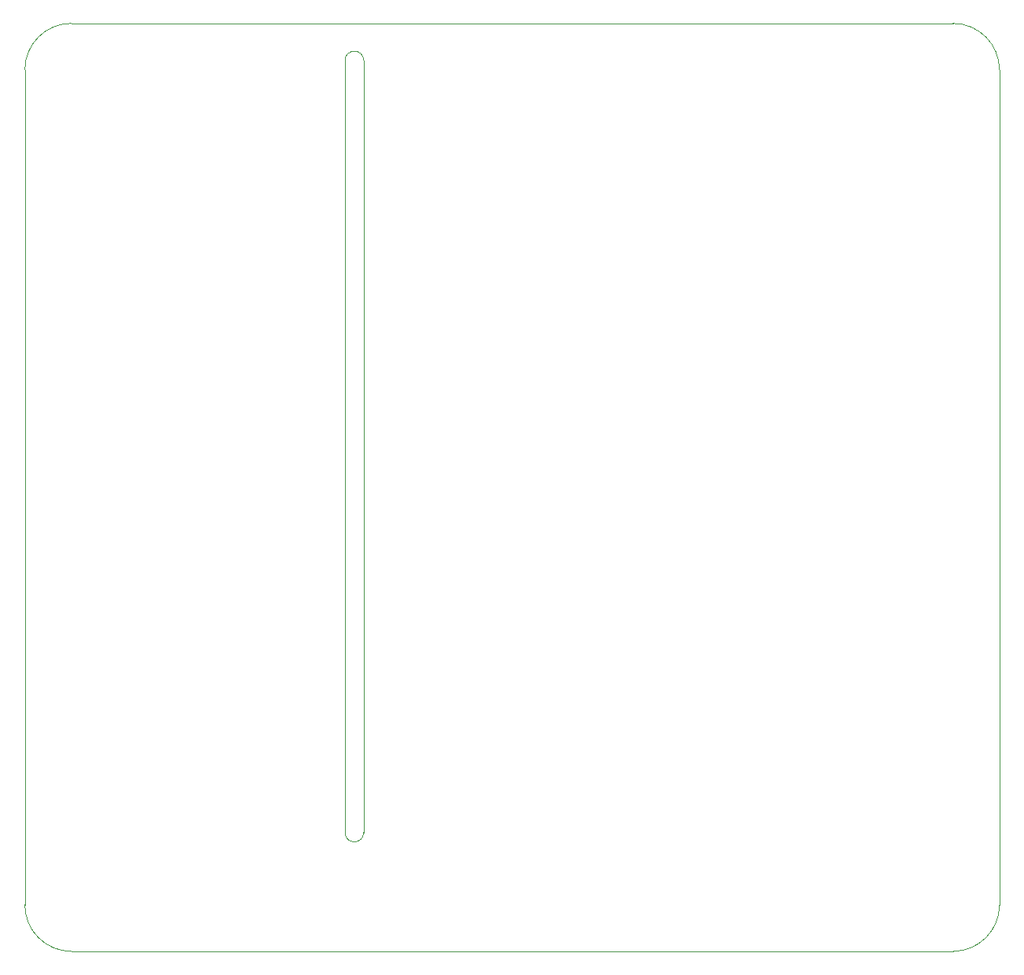
<source format=gm1>
G04 #@! TF.GenerationSoftware,KiCad,Pcbnew,9.0.0*
G04 #@! TF.CreationDate,2025-04-14T20:08:49-05:00*
G04 #@! TF.ProjectId,Fault Latch 2,4661756c-7420-44c6-9174-636820322e6b,rev?*
G04 #@! TF.SameCoordinates,Original*
G04 #@! TF.FileFunction,Profile,NP*
%FSLAX46Y46*%
G04 Gerber Fmt 4.6, Leading zero omitted, Abs format (unit mm)*
G04 Created by KiCad (PCBNEW 9.0.0) date 2025-04-14 20:08:49*
%MOMM*%
%LPD*%
G01*
G04 APERTURE LIST*
G04 #@! TA.AperFunction,Profile*
%ADD10C,0.100000*%
G04 #@! TD*
G04 APERTURE END LIST*
D10*
X175000000Y-50000000D02*
G75*
G02*
X180000000Y-55000000I0J-5000000D01*
G01*
X75000000Y-55000000D02*
G75*
G02*
X80000000Y-50000000I5000000J0D01*
G01*
X175000000Y-150000000D02*
X80000000Y-150000000D01*
X180000000Y-55000000D02*
X180000000Y-145000000D01*
X175000000Y-50000000D02*
X80000000Y-50000000D01*
X75000000Y-140000000D02*
X75000000Y-55000000D01*
X111500000Y-137200000D02*
X111500000Y-136000000D01*
X109500000Y-54000000D02*
G75*
G02*
X111500000Y-54000000I1000000J0D01*
G01*
X111500000Y-137200000D02*
G75*
G02*
X109500000Y-137200000I-1000000J0D01*
G01*
X80000000Y-150000000D02*
G75*
G02*
X75000000Y-145000000I0J5000000D01*
G01*
X75000000Y-140000000D02*
X75000000Y-145000000D01*
X111500000Y-136000000D02*
X111500000Y-54000000D01*
X180000000Y-145000000D02*
G75*
G02*
X175000000Y-150000000I-5000000J0D01*
G01*
X109500000Y-136000000D02*
X109500000Y-137200000D01*
X109500000Y-54000000D02*
X109500000Y-136000000D01*
M02*

</source>
